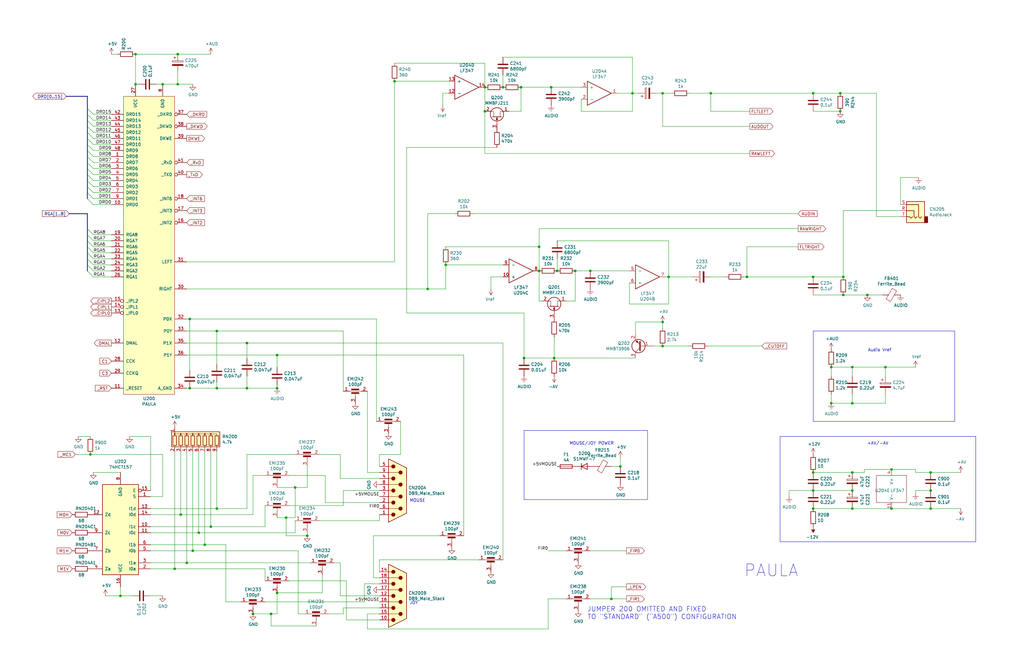
<source format=kicad_sch>
(kicad_sch (version 20231120) (generator "eeschema") (generator_version "8.0")
  (paper "B")
  (title_block (title "Amiga 2000 EATX") (date "2024-06-02") (rev "3.1"))
  (junction (at 242.57 114.3))
  (junction (at 392.43 214.63))
  (junction (at 76.2 217.17))
  (junction (at 227.33 104.14))
  (junction (at 350.52 170.18))
  (junction (at 78.74 237.49))
  (junction (at 359.41 207.01))
  (junction (at 114.3 259.08))
  (junction (at 359.41 199.39))
  (junction (at 91.44 139.7))
  (junction (at 212.09 36.83))
  (junction (at 104.14 144.78))
  (junction (at 342.9 39.37))
  (junction (at 180.34 121.92))
  (junction (at 342.9 116.84))
  (junction (at 233.68 151.13))
  (junction (at 355.6 124.46))
  (junction (at 257.81 252.73))
  (junction (at 350.52 154.94))
  (junction (at 204.47 36.83))
  (junction (at 314.96 116.84))
  (junction (at 91.44 214.63))
  (junction (at 392.43 199.39))
  (junction (at 38.1 191.77))
  (junction (at 392.43 207.01))
  (junction (at 342.9 199.39))
  (junction (at 359.41 154.94))
  (junction (at 359.41 170.18))
  (junction (at 373.38 154.94))
  (junction (at 88.9 222.25))
  (junction (at 116.84 149.86))
  (junction (at 234.95 114.3))
  (junction (at 219.71 36.83))
  (junction (at 80.01 163.83))
  (junction (at 166.37 34.29))
  (junction (at 57.15 22.86))
  (junction (at 83.82 224.79))
  (junction (at 227.33 114.3))
  (junction (at 129.54 226.06))
  (junction (at 354.33 39.37))
  (junction (at 365.76 124.46))
  (junction (at 74.93 22.86))
  (junction (at 68.58 35.56))
  (junction (at 73.66 240.03))
  (junction (at 354.33 46.99))
  (junction (at 375.92 198.12))
  (junction (at 124.46 205.74))
  (junction (at 342.9 207.01))
  (junction (at 104.14 163.83))
  (junction (at 50.8 251.46))
  (junction (at 261.62 196.85))
  (junction (at 375.92 214.63))
  (junction (at 342.9 214.63))
  (junction (at 232.41 36.83))
  (junction (at 299.72 39.37))
  (junction (at 359.41 214.63))
  (junction (at 86.36 229.87))
  (junction (at 74.93 35.56))
  (junction (at 80.01 134.62))
  (junction (at 81.28 232.41))
  (junction (at 91.44 163.83))
  (junction (at 279.4 146.05))
  (junction (at 116.84 163.83))
  (junction (at 116.84 250.19))
  (junction (at 355.6 116.84))
  (junction (at 204.47 46.99))
  (junction (at 57.15 35.56))
  (junction (at 279.4 135.89))
  (junction (at 220.98 151.13))
  (junction (at 266.7 39.37))
  (junction (at 281.94 116.84))
  (junction (at 187.96 111.76))
  (junction (at 248.92 114.3))
  (junction (at 120.65 218.44))
  (junction (at 279.4 39.37))
  (junction (at 106.68 259.08))
  (bus_entry (at 39.37 81.28) (size -2.54 -2.54))
  (bus_entry (at 39.37 101.6) (size -2.54 -2.54))
  (bus_entry (at 39.37 83.82) (size -2.54 -2.54))
  (bus_entry (at 39.37 106.68) (size -2.54 -2.54))
  (bus_entry (at 39.37 58.42) (size -2.54 -2.54))
  (bus_entry (at 39.37 48.26) (size -2.54 -2.54))
  (bus_entry (at 39.37 76.2) (size -2.54 -2.54))
  (bus_entry (at 39.37 66.04) (size -2.54 -2.54))
  (bus_entry (at 39.37 60.96) (size -2.54 -2.54))
  (bus_entry (at 39.37 116.84) (size -2.54 -2.54))
  (bus_entry (at 39.37 55.88) (size -2.54 -2.54))
  (bus_entry (at 39.37 53.34) (size -2.54 -2.54))
  (bus_entry (at 39.37 111.76) (size -2.54 -2.54))
  (bus_entry (at 39.37 71.12) (size -2.54 -2.54))
  (bus_entry (at 39.37 68.58) (size -2.54 -2.54))
  (bus_entry (at 39.37 109.22) (size -2.54 -2.54))
  (bus_entry (at 39.37 99.06) (size -2.54 -2.54))
  (bus_entry (at 39.37 86.36) (size -2.54 -2.54))
  (bus_entry (at 39.37 73.66) (size -2.54 -2.54))
  (bus_entry (at 39.37 63.5) (size -2.54 -2.54))
  (bus_entry (at 39.37 50.8) (size -2.54 -2.54))
  (bus_entry (at 39.37 104.14) (size -2.54 -2.54))
  (bus_entry (at 39.37 114.3) (size -2.54 -2.54))
  (bus_entry (at 39.37 78.74) (size -2.54 -2.54))
  (wire (pts (xy 46.99 50.8) (xy 39.37 50.8)))
  (wire (pts (xy 171.45 132.08) (xy 220.98 132.08)))
  (wire (pts (xy 350.52 166.37) (xy 350.52 170.18)))
  (wire (pts (xy 124.46 218.44) (xy 124.46 205.74)))
  (wire (pts (xy 46.99 55.88) (xy 39.37 55.88)))
  (wire (pts (xy 63.5 251.46) (xy 68.58 251.46)))
  (wire (pts (xy 257.81 252.73) (xy 264.16 252.73)))
  (wire (pts (xy 154.94 165.1) (xy 154.94 199.39)))
  (wire (pts (xy 373.38 154.94) (xy 386.08 154.94)))
  (wire (pts (xy 245.11 46.99) (xy 266.7 46.99)))
  (wire (pts (xy 46.99 114.3) (xy 39.37 114.3)))
  (wire (pts (xy 386.08 198.12) (xy 386.08 199.39)))
  (wire (pts (xy 279.4 53.34) (xy 316.23 53.34)))
  (wire (pts (xy 83.82 190.5) (xy 83.82 224.79)))
  (wire (pts (xy 135.89 242.57) (xy 135.89 250.19)))
  (wire (pts (xy 267.97 135.89) (xy 279.4 135.89)))
  (wire (pts (xy 375.92 214.63) (xy 359.41 214.63)))
  (wire (pts (xy 46.99 116.84) (xy 39.37 116.84)))
  (wire (pts (xy 46.99 73.66) (xy 39.37 73.66)))
  (wire (pts (xy 114.3 264.16) (xy 114.3 259.08)))
  (wire (pts (xy 298.45 146.05) (xy 321.31 146.05)))
  (wire (pts (xy 76.2 190.5) (xy 76.2 217.17)))
  (wire (pts (xy 46.99 111.76) (xy 39.37 111.76)))
  (wire (pts (xy 248.92 114.3) (xy 265.43 114.3)))
  (wire (pts (xy 106.68 200.66) (xy 111.76 200.66)))
  (wire (pts (xy 81.28 232.41) (xy 125.73 232.41)))
  (wire (pts (xy 290.83 39.37) (xy 299.72 39.37)))
  (wire (pts (xy 207.01 116.84) (xy 207.01 121.92)))
  (wire (pts (xy 74.93 35.56) (xy 74.93 30.48)))
  (wire (pts (xy 187.96 121.92) (xy 187.96 111.76)))
  (wire (pts (xy 238.76 252.73) (xy 231.14 252.73)))
  (wire (pts (xy 166.37 26.67) (xy 204.47 26.67)))
  (wire (pts (xy 95.25 229.87) (xy 95.25 254)))
  (wire (pts (xy 46.99 86.36) (xy 39.37 86.36)))
  (wire (pts (xy 364.49 199.39) (xy 364.49 198.12)))
  (wire (pts (xy 46.99 22.86) (xy 49.53 22.86)))
  (polyline (pts (xy 328.93 184.15) (xy 328.93 228.6)))
  (wire (pts (xy 63.5 184.15) (xy 54.61 184.15)))
  (wire (pts (xy 364.49 198.12) (xy 375.92 198.12)))
  (bus (pts (xy 36.83 68.58) (xy 36.83 71.12)))
  (wire (pts (xy 279.4 146.05) (xy 290.83 146.05)))
  (wire (pts (xy 212.09 31.75) (xy 212.09 36.83)))
  (wire (pts (xy 143.51 201.93) (xy 160.02 201.93)))
  (wire (pts (xy 153.67 254) (xy 153.67 246.38)))
  (wire (pts (xy 369.57 91.44) (xy 369.57 39.37)))
  (wire (pts (xy 63.5 224.79) (xy 83.82 224.79)))
  (wire (pts (xy 46.99 48.26) (xy 39.37 48.26)))
  (wire (pts (xy 314.96 104.14) (xy 336.55 104.14)))
  (wire (pts (xy 46.99 78.74) (xy 39.37 78.74)))
  (wire (pts (xy 279.4 39.37) (xy 279.4 53.34)))
  (wire (pts (xy 46.99 106.68) (xy 39.37 106.68)))
  (wire (pts (xy 121.92 213.36) (xy 144.78 213.36)))
  (wire (pts (xy 138.43 259.08) (xy 144.78 259.08)))
  (bus (pts (xy 36.83 50.8) (xy 36.83 53.34)))
  (wire (pts (xy 160.02 219.71) (xy 160.02 217.17)))
  (wire (pts (xy 46.99 101.6) (xy 39.37 101.6)))
  (wire (pts (xy 91.44 139.7) (xy 144.78 139.7)))
  (wire (pts (xy 74.93 22.86) (xy 88.9 22.86)))
  (wire (pts (xy 365.76 124.46) (xy 355.6 124.46)))
  (polyline (pts (xy 220.98 210.82) (xy 273.05 210.82)))
  (bus (pts (xy 36.83 40.64) (xy 27.94 40.64)))
  (wire (pts (xy 143.51 251.46) (xy 160.02 251.46)))
  (wire (pts (xy 63.5 229.87) (xy 86.36 229.87)))
  (wire (pts (xy 157.48 226.06) (xy 157.48 243.84)))
  (wire (pts (xy 46.99 83.82) (xy 39.37 83.82)))
  (wire (pts (xy 124.46 224.79) (xy 124.46 219.71)))
  (bus (pts (xy 36.83 73.66) (xy 36.83 76.2)))
  (bus (pts (xy 36.83 111.76) (xy 36.83 114.3)))
  (wire (pts (xy 204.47 26.67) (xy 204.47 36.83)))
  (wire (pts (xy 116.84 163.83) (xy 116.84 162.56)))
  (wire (pts (xy 116.84 250.19) (xy 116.84 259.08)))
  (wire (pts (xy 134.62 191.77) (xy 143.51 191.77)))
  (wire (pts (xy 50.8 199.39) (xy 39.37 199.39)))
  (wire (pts (xy 359.41 166.37) (xy 359.41 170.18)))
  (wire (pts (xy 280.67 116.84) (xy 281.94 116.84)))
  (bus (pts (xy 36.83 90.17) (xy 36.83 96.52)))
  (wire (pts (xy 350.52 154.94) (xy 359.41 154.94)))
  (polyline (pts (xy 411.48 228.6) (xy 411.48 184.15)))
  (wire (pts (xy 220.98 151.13) (xy 233.68 151.13)))
  (wire (pts (xy 227.33 127) (xy 228.6 127)))
  (wire (pts (xy 185.42 226.06) (xy 157.48 226.06)))
  (wire (pts (xy 227.33 96.52) (xy 336.55 96.52)))
  (wire (pts (xy 227.33 114.3) (xy 227.33 127)))
  (wire (pts (xy 204.47 36.83) (xy 204.47 46.99)))
  (wire (pts (xy 267.97 140.97) (xy 267.97 135.89)))
  (wire (pts (xy 359.41 170.18) (xy 373.38 170.18)))
  (wire (pts (xy 342.9 46.99) (xy 354.33 46.99)))
  (wire (pts (xy 134.62 219.71) (xy 160.02 219.71)))
  (bus (pts (xy 36.83 55.88) (xy 36.83 58.42)))
  (wire (pts (xy 201.93 236.22) (xy 160.02 236.22)))
  (wire (pts (xy 57.15 22.86) (xy 74.93 22.86)))
  (wire (pts (xy 379.73 86.36) (xy 379.73 74.93)))
  (wire (pts (xy 104.14 191.77) (xy 124.46 191.77)))
  (wire (pts (xy 111.76 254) (xy 153.67 254)))
  (wire (pts (xy 46.99 68.58) (xy 39.37 68.58)))
  (wire (pts (xy 104.14 151.13) (xy 104.14 144.78)))
  (wire (pts (xy 63.5 232.41) (xy 81.28 232.41)))
  (wire (pts (xy 46.99 63.5) (xy 39.37 63.5)))
  (wire (pts (xy 281.94 128.27) (xy 281.94 116.84)))
  (wire (pts (xy 180.34 121.92) (xy 180.34 90.17)))
  (wire (pts (xy 50.8 251.46) (xy 44.45 251.46)))
  (wire (pts (xy 314.96 116.84) (xy 314.96 104.14)))
  (wire (pts (xy 266.7 39.37) (xy 269.24 39.37)))
  (wire (pts (xy 232.41 36.83) (xy 245.11 36.83)))
  (wire (pts (xy 189.23 39.37) (xy 186.69 39.37)))
  (wire (pts (xy 257.81 196.85) (xy 261.62 196.85)))
  (bus (pts (xy 36.83 99.06) (xy 36.83 101.6)))
  (wire (pts (xy 359.41 158.75) (xy 359.41 154.94)))
  (wire (pts (xy 78.74 237.49) (xy 130.81 237.49)))
  (wire (pts (xy 104.14 214.63) (xy 104.14 191.77)))
  (wire (pts (xy 78.74 144.78) (xy 104.14 144.78)))
  (wire (pts (xy 57.15 35.56) (xy 57.15 22.86)))
  (wire (pts (xy 137.16 200.66) (xy 137.16 212.09)))
  (wire (pts (xy 129.54 205.74) (xy 124.46 205.74)))
  (wire (pts (xy 95.25 254) (xy 101.6 254)))
  (wire (pts (xy 386.08 207.01) (xy 386.08 208.28)))
  (wire (pts (xy 342.9 207.01) (xy 359.41 207.01)))
  (wire (pts (xy 257.81 252.73) (xy 257.81 247.65)))
  (bus (pts (xy 36.83 40.64) (xy 36.83 45.72)))
  (wire (pts (xy 46.99 76.2) (xy 39.37 76.2)))
  (wire (pts (xy 355.6 88.9) (xy 379.73 88.9)))
  (bus (pts (xy 36.83 81.28) (xy 36.83 83.82)))
  (wire (pts (xy 238.76 232.41) (xy 231.14 232.41)))
  (wire (pts (xy 106.68 217.17) (xy 106.68 200.66)))
  (wire (pts (xy 248.92 232.41) (xy 264.16 232.41)))
  (wire (pts (xy 154.94 265.43) (xy 154.94 259.08)))
  (wire (pts (xy 186.69 39.37) (xy 186.69 44.45)))
  (bus (pts (xy 36.83 66.04) (xy 36.83 68.58)))
  (wire (pts (xy 114.3 259.08) (xy 106.68 259.08)))
  (polyline (pts (xy 342.9 177.8) (xy 402.59 177.8)))
  (wire (pts (xy 354.33 39.37) (xy 342.9 39.37)))
  (wire (pts (xy 135.89 250.19) (xy 116.84 250.19)))
  (bus (pts (xy 36.83 45.72) (xy 36.83 48.26)))
  (wire (pts (xy 379.73 91.44) (xy 369.57 91.44)))
  (wire (pts (xy 276.86 39.37) (xy 279.4 39.37)))
  (wire (pts (xy 299.72 39.37) (xy 299.72 46.99)))
  (wire (pts (xy 154.94 259.08) (xy 160.02 259.08)))
  (wire (pts (xy 104.14 158.75) (xy 104.14 163.83)))
  (polyline (pts (xy 342.9 139.7) (xy 342.9 177.8)))
  (wire (pts (xy 144.78 207.01) (xy 160.02 207.01)))
  (wire (pts (xy 220.98 132.08) (xy 220.98 151.13)))
  (wire (pts (xy 359.41 199.39) (xy 342.9 199.39)))
  (wire (pts (xy 373.38 158.75) (xy 373.38 154.94)))
  (wire (pts (xy 166.37 34.29) (xy 166.37 110.49)))
  (wire (pts (xy 204.47 64.77) (xy 316.23 64.77)))
  (wire (pts (xy 46.99 58.42) (xy 39.37 58.42)))
  (wire (pts (xy 91.44 214.63) (xy 104.14 214.63)))
  (wire (pts (xy 46.99 104.14) (xy 39.37 104.14)))
  (wire (pts (xy 279.4 135.89) (xy 279.4 138.43)))
  (polyline (pts (xy 402.59 177.8) (xy 402.59 139.7)))
  (wire (pts (xy 104.14 144.78) (xy 212.09 144.78)))
  (wire (pts (xy 63.5 240.03) (xy 73.66 240.03)))
  (wire (pts (xy 160.02 191.77) (xy 160.02 196.85)))
  (wire (pts (xy 266.7 46.99) (xy 266.7 39.37)))
  (wire (pts (xy 187.96 104.14) (xy 227.33 104.14)))
  (wire (pts (xy 120.65 226.06) (xy 129.54 226.06)))
  (wire (pts (xy 168.91 191.77) (xy 160.02 191.77)))
  (wire (pts (xy 369.57 39.37) (xy 354.33 39.37)))
  (wire (pts (xy 265.43 128.27) (xy 281.94 128.27)))
  (wire (pts (xy 133.35 264.16) (xy 114.3 264.16)))
  (wire (pts (xy 73.66 190.5) (xy 73.66 240.03)))
  (polyline (pts (xy 411.48 184.15) (xy 328.93 184.15)))
  (wire (pts (xy 55.88 251.46) (xy 50.8 251.46)))
  (wire (pts (xy 81.28 190.5) (xy 81.28 232.41)))
  (wire (pts (xy 392.43 214.63) (xy 405.13 214.63)))
  (wire (pts (xy 214.63 46.99) (xy 219.71 46.99)))
  (wire (pts (xy 386.08 199.39) (xy 392.43 199.39)))
  (bus (pts (xy 36.83 101.6) (xy 36.83 104.14)))
  (wire (pts (xy 281.94 101.6) (xy 281.94 116.84)))
  (wire (pts (xy 375.92 198.12) (xy 386.08 198.12)))
  (bus (pts (xy 36.83 60.96) (xy 36.83 63.5)))
  (wire (pts (xy 154.94 199.39) (xy 160.02 199.39)))
  (wire (pts (xy 359.41 214.63) (xy 342.9 214.63)))
  (wire (pts (xy 78.74 149.86) (xy 116.84 149.86)))
  (wire (pts (xy 76.2 217.17) (xy 106.68 217.17)))
  (wire (pts (xy 153.67 246.38) (xy 160.02 246.38)))
  (wire (pts (xy 104.14 163.83) (xy 116.84 163.83)))
  (wire (pts (xy 144.78 259.08) (xy 144.78 256.54)))
  (wire (pts (xy 248.92 114.3) (xy 242.57 114.3)))
  (wire (pts (xy 168.91 177.8) (xy 168.91 191.77)))
  (wire (pts (xy 91.44 153.67) (xy 91.44 139.7)))
  (wire (pts (xy 299.72 39.37) (xy 342.9 39.37)))
  (wire (pts (xy 171.45 62.23) (xy 171.45 132.08)))
  (wire (pts (xy 146.05 261.62) (xy 160.02 261.62)))
  (wire (pts (xy 359.41 154.94) (xy 373.38 154.94)))
  (bus (pts (xy 36.83 109.22) (xy 36.83 111.76)))
  (wire (pts (xy 63.5 217.17) (xy 76.2 217.17)))
  (wire (pts (xy 233.68 151.13) (xy 267.97 151.13)))
  (bus (pts (xy 36.83 106.68) (xy 36.83 109.22)))
  (wire (pts (xy 33.02 184.15) (xy 38.1 184.15)))
  (wire (pts (xy 257.81 247.65) (xy 264.16 247.65)))
  (wire (pts (xy 137.16 212.09) (xy 160.02 212.09)))
  (wire (pts (xy 260.35 39.37) (xy 266.7 39.37)))
  (wire (pts (xy 73.66 240.03) (xy 111.76 240.03)))
  (wire (pts (xy 80.01 163.83) (xy 91.44 163.83)))
  (wire (pts (xy 124.46 205.74) (xy 116.84 205.74)))
  (wire (pts (xy 120.65 218.44) (xy 120.65 226.06)))
  (wire (pts (xy 129.54 226.06) (xy 129.54 224.79)))
  (bus (pts (xy 36.83 71.12) (xy 36.83 73.66)))
  (wire (pts (xy 199.39 90.17) (xy 336.55 90.17)))
  (wire (pts (xy 78.74 190.5) (xy 78.74 237.49)))
  (wire (pts (xy 187.96 111.76) (xy 212.09 111.76)))
  (wire (pts (xy 245.11 41.91) (xy 245.11 46.99)))
  (wire (pts (xy 234.95 101.6) (xy 281.94 101.6)))
  (polyline (pts (xy 273.05 181.61) (xy 220.98 181.61)))
  (wire (pts (xy 204.47 46.99) (xy 204.47 64.77)))
  (wire (pts (xy 313.69 116.84) (xy 314.96 116.84)))
  (wire (pts (xy 91.44 190.5) (xy 91.44 214.63)))
  (wire (pts (xy 350.52 154.94) (xy 350.52 158.75)))
  (wire (pts (xy 63.5 207.01) (xy 63.5 184.15)))
  (wire (pts (xy 238.76 127) (xy 242.57 127)))
  (wire (pts (xy 314.96 116.84) (xy 342.9 116.84)))
  (wire (pts (xy 219.71 46.99) (xy 219.71 36.83)))
  (wire (pts (xy 299.72 46.99) (xy 316.23 46.99)))
  (wire (pts (xy 180.34 121.92) (xy 187.96 121.92)))
  (wire (pts (xy 261.62 196.85) (xy 261.62 193.04)))
  (wire (pts (xy 63.5 214.63) (xy 91.44 214.63)))
  (wire (pts (xy 50.8 251.46) (xy 50.8 247.65)))
  (wire (pts (xy 125.73 232.41) (xy 125.73 259.08)))
  (wire (pts (xy 88.9 222.25) (xy 111.76 222.25)))
  (wire (pts (xy 180.34 90.17) (xy 191.77 90.17)))
  (wire (pts (xy 281.94 116.84) (xy 292.1 116.84)))
  (wire (pts (xy 111.76 222.25) (xy 111.76 213.36)))
  (wire (pts (xy 233.68 142.24) (xy 233.68 151.13)))
  (wire (pts (xy 209.55 62.23) (xy 171.45 62.23)))
  (wire (pts (xy 80.01 134.62) (xy 158.75 134.62)))
  (wire (pts (xy 373.38 170.18) (xy 373.38 166.37)))
  (wire (pts (xy 160.02 236.22) (xy 160.02 241.3)))
  (wire (pts (xy 266.7 24.13) (xy 212.09 24.13)))
  (wire (pts (xy 157.48 243.84) (xy 160.02 243.84)))
  (wire (pts (xy 234.95 109.22) (xy 234.95 114.3)))
  (wire (pts (xy 116.84 154.94) (xy 116.84 149.86)))
  (wire (pts (xy 146.05 245.11) (xy 146.05 261.62)))
  (wire (pts (xy 219.71 36.83) (xy 232.41 36.83)))
  (wire (pts (xy 78.74 121.92) (xy 180.34 121.92)))
  (wire (pts (xy 68.58 191.77) (xy 38.1 191.77)))
  (wire (pts (xy 392.43 207.01) (xy 386.08 207.01)))
  (wire (pts (xy 379.73 74.93) (xy 387.35 74.93)))
  (wire (pts (xy 66.04 35.56) (xy 68.58 35.56)))
  (wire (pts (xy 143.51 191.77) (xy 143.51 201.93)))
  (wire (pts (xy 46.99 99.06) (xy 39.37 99.06)))
  (wire (pts (xy 46.99 60.96) (xy 39.37 60.96)))
  (wire (pts (xy 63.5 222.25) (xy 88.9 222.25)))
  (wire (pts (xy 63.5 209.55) (xy 68.58 209.55)))
  (wire (pts (xy 279.4 39.37) (xy 283.21 39.37)))
  (wire (pts (xy 78.74 134.62) (xy 80.01 134.62)))
  (wire (pts (xy 86.36 190.5) (xy 86.36 229.87)))
  (wire (pts (xy 144.78 213.36) (xy 144.78 207.01)))
  (wire (pts (xy 227.33 104.14) (xy 227.33 96.52)))
  (bus (pts (xy 36.83 48.26) (xy 36.83 50.8)))
  (wire (pts (xy 116.84 149.86) (xy 195.58 149.86)))
  (wire (pts (xy 242.57 127) (xy 242.57 114.3)))
  (wire (pts (xy 144.78 256.54) (xy 160.02 256.54)))
  (wire (pts (xy 257.81 252.73) (xy 248.92 252.73)))
  (wire (pts (xy 46.99 81.28) (xy 39.37 81.28)))
  (wire (pts (xy 158.75 177.8) (xy 158.75 134.62)))
  (wire (pts (xy 121.92 245.11) (xy 146.05 245.11)))
  (wire (pts (xy 359.41 199.39) (xy 364.49 199.39)))
  (wire (pts (xy 275.59 146.05) (xy 279.4 146.05)))
  (wire (pts (xy 120.65 218.44) (xy 124.46 218.44)))
  (wire (pts (xy 143.51 237.49) (xy 143.51 251.46)))
  (wire (pts (xy 166.37 110.49) (xy 78.74 110.49)))
  (wire (pts (xy 68.58 209.55) (xy 68.58 191.77)))
  (polyline (pts (xy 402.59 139.7) (xy 342.9 139.7)))
  (wire (pts (xy 91.44 161.29) (xy 91.44 163.83)))
  (wire (pts (xy 144.78 165.1) (xy 144.78 139.7)))
  (wire (pts (xy 78.74 163.83) (xy 80.01 163.83)))
  (wire (pts (xy 299.72 116.84) (xy 306.07 116.84)))
  (wire (pts (xy 355.6 124.46) (xy 342.9 124.46)))
  (wire (pts (xy 342.9 116.84) (xy 355.6 116.84)))
  (wire (pts (xy 38.1 191.77) (xy 31.75 191.77)))
  (bus (pts (xy 36.83 53.34) (xy 36.83 55.88)))
  (wire (pts (xy 91.44 163.83) (xy 104.14 163.83)))
  (wire (pts (xy 88.9 190.5) (xy 88.9 222.25)))
  (bus (pts (xy 36.83 76.2) (xy 36.83 78.74)))
  (wire (pts (xy 392.43 199.39) (xy 405.13 199.39)))
  (wire (pts (xy 74.93 35.56) (xy 81.28 35.56)))
  (wire (pts (xy 154.94 265.43) (xy 231.14 265.43)))
  (wire (pts (xy 80.01 156.21) (xy 80.01 134.62)))
  (wire (pts (xy 58.42 35.56) (xy 57.15 35.56)))
  (wire (pts (xy 392.43 214.63) (xy 375.92 214.63)))
  (wire (pts (xy 63.5 237.49) (xy 78.74 237.49)))
  (wire (pts (xy 212.09 236.22) (xy 212.09 144.78)))
  (wire (pts (xy 266.7 39.37) (xy 266.7 24.13)))
  (bus (pts (xy 36.83 58.42) (xy 36.83 60.96)))
  (polyline (pts (xy 273.05 210.82) (xy 273.05 181.61)))
  (wire (pts (xy 116.84 259.08) (xy 114.3 259.08)))
  (wire (pts (xy 83.82 224.79) (xy 124.46 224.79)))
  (polyline (pts (xy 328.93 228.6) (xy 411.48 228.6)))
  (bus (pts (xy 36.83 78.74) (xy 36.83 81.28)))
  (wire (pts (xy 166.37 34.29) (xy 189.23 34.29)))
  (wire (pts (xy 129.54 196.85) (xy 129.54 205.74)))
  (wire (pts (xy 195.58 226.06) (xy 195.58 149.86)))
  (wire (pts (xy 372.11 124.46) (xy 365.76 124.46)))
  (bus (pts (xy 36.83 63.5) (xy 36.83 66.04)))
  (wire (pts (xy 78.74 139.7) (xy 91.44 139.7)))
  (wire (pts (xy 116.84 218.44) (xy 120.65 218.44)))
  (wire (pts (xy 111.76 240.03) (xy 111.76 245.11)))
  (wire (pts (xy 86.36 229.87) (xy 95.25 229.87)))
  (bus (pts (xy 36.83 96.52) (xy 36.83 99.06)))
  (wire (pts (xy 350.52 170.18) (xy 359.41 170.18)))
  (wire (pts (xy 121.92 200.66) (xy 137.16 200.66)))
  (wire (pts (xy 342.9 207.01) (xy 332.74 207.01)))
  (bus (pts (xy 36.83 90.17) (xy 29.21 90.17)))
  (wire (pts (xy 140.97 237.49) (xy 143.51 237.49)))
  (wire (pts (xy 68.58 35.56) (xy 74.93 35.56)))
  (wire (pts (xy 46.99 66.04) (xy 39.37 66.04)))
  (wire (pts (xy 355.6 116.84) (xy 355.6 88.9)))
  (wire (pts (xy 125.73 259.08) (xy 128.27 259.08)))
  (wire (pts (xy 231.14 252.73) (xy 231.14 265.43)))
  (bus (pts (xy 36.83 104.14) (xy 36.83 106.68)))
  (wire (pts (xy 46.99 53.34) (xy 39.37 53.34)))
  (wire (pts (xy 212.09 116.84) (xy 207.01 116.84)))
  (wire (pts (xy 46.99 71.12) (xy 39.37 71.12)))
  (wire (pts (xy 332.74 207.01) (xy 332.74 209.55)))
  (polyline (pts (xy 220.98 181.61) (xy 220.98 210.82)))
  (wire (pts (xy 46.99 109.22) (xy 39.37 109.22)))
  (wire (pts (xy 227.33 104.14) (xy 227.33 114.3)))
  (wire (pts (xy 265.43 119.38) (xy 265.43 128.27)))
  (text "Audio Vref" (at 375.92 148.59 0) (effects (font (size 1.27 1.27)) (justify right bottom)))
  (text "JOY" (at 172.72 255.27 0) (effects (font (size 1.27 1.27)) (justify left bottom)))
  (text "+AV/-AV" (at 374.65 187.96 0) (effects (font (size 1.27 1.27)) (justify right bottom)))
  (text "MOUSE" (at 172.72 212.09 0) (effects (font (size 1.27 1.27)) (justify left bottom)))
  (text "JUMPER 200 OMITTED AND FIXED \nTO \"STANDARD\" (\"A500\") CONFIGURATION" (at 247.65 261.62 0) (effects (font (size 2.0066 2.0066)) (justify left bottom)))
  (text "MOUSE/JOY POWER" (at 240.03 187.96 0) (effects (font (size 1.27 1.27)) (justify left bottom)))
  (text "PAULA" (at 313.69 243.84 0) (effects (font (size 5.0038 5.0038)) (justify left bottom)))
  (label "RGA7" (at 39.37 101.6 0) (effects (font (size 1.2954 1.2954))))
  (label "DRD1" (at 46.99 83.82 180) (effects (font (size 1.2954 1.2954))))
  (label "RGA5" (at 39.37 106.68 0) (effects (font (size 1.2954 1.2954))))
  (label "FIR0" (at 160.02 214.63 180))
  (label "DRD2" (at 46.99 81.28 180) (effects (font (size 1.2954 1.2954))))
  (label "DRD11" (at 46.99 58.42 180) (effects (font (size 1.2954 1.2954))))
  (label "DRD6" (at 46.99 71.12 180) (effects (font (size 1.2954 1.2954))))
  (label "DRD0" (at 46.99 86.36 180) (effects (font (size 1.2954 1.2954))))
  (label "DRD7" (at 46.99 68.58 180) (effects (font (size 1.2954 1.2954))))
  (label "DRD5" (at 46.99 73.66 180) (effects (font (size 1.2954 1.2954))))
  (label "DRD9" (at 46.99 63.5 180) (effects (font (size 1.2954 1.2954))))
  (label "DRD12" (at 46.99 55.88 180) (effects (font (size 1.2954 1.2954))))
  (label "FIR0" (at 231.14 232.41 180))
  (label "+5VMOUSE" (at 160.02 209.55 180))
  (label "+5VMOUSE" (at 234.95 196.85 180))
  (label "DRD13" (at 46.99 53.34 180) (effects (font (size 1.2954 1.2954))))
  (label "+5VMOUSE" (at 160.02 254 180))
  (label "DRD4" (at 46.99 76.2 180) (effects (font (size 1.2954 1.2954))))
  (label "RGA6" (at 39.37 104.14 0) (effects (font (size 1.2954 1.2954))))
  (label "DRD14" (at 46.99 50.8 180) (effects (font (size 1.2954 1.2954))))
  (label "RGA3" (at 39.37 111.76 0) (effects (font (size 1.2954 1.2954))))
  (label "RGA2" (at 39.37 114.3 0) (effects (font (size 1.2954 1.2954))))
  (label "DRD10" (at 46.99 60.96 180) (effects (font (size 1.2954 1.2954))))
  (label "RGA8" (at 39.37 99.06 0) (effects (font (size 1.2954 1.2954))))
  (label "RGA1" (at 39.37 116.84 0) (effects (font (size 1.2954 1.2954))))
  (label "DRD3" (at 46.99 78.74 180) (effects (font (size 1.2954 1.2954))))
  (label "RGA4" (at 39.37 109.22 0) (effects (font (size 1.2954 1.2954))))
  (label "DRD15" (at 46.99 48.26 180) (effects (font (size 1.2954 1.2954))))
  (label "DRD8" (at 46.99 66.04 180) (effects (font (size 1.2954 1.2954))))
  (global_label "M0V" (shape input) (at 30.48 224.79 180) (property "Intersheetrefs" "${INTERSHEET_REFS}" (at 24.3995 224.79 0) (effects (justify right))))
  (global_label "RGA[1..8]" (shape input) (at 29.21 90.17 180) (property "Intersheetrefs" "${INTERSHEET_REFS}" (at 17.9284 90.17 0) (effects (justify right))))
  (global_label "FLTRIGHT" (shape output) (at 336.55 104.14 0) (property "Intersheetrefs" "${INTERSHEET_REFS}" (at 347.4082 104.14 0) (effects (justify left))))
  (global_label "C3" (shape input) (at 46.99 157.48 180) (property "Intersheetrefs" "${INTERSHEET_REFS}" (at 42.1795 157.48 0) (effects (justify right))))
  (global_label "RAWRIGHT" (shape output) (at 336.55 96.52 0) (property "Intersheetrefs" "${INTERSHEET_REFS}" (at 348.1339 96.52 0) (effects (justify left))))
  (global_label "_INT3" (shape input) (at 78.74 88.9 0) (property "Intersheetrefs" "${INTERSHEET_REFS}" (at 86.151 88.9 0) (effects (justify left))))
  (global_label "_FIR0" (shape output) (at 264.16 232.41 0) (property "Intersheetrefs" "${INTERSHEET_REFS}" (at 271.6315 232.41 0) (effects (justify left))))
  (global_label "FLTLEFT" (shape output) (at 316.23 46.99 0) (property "Intersheetrefs" "${INTERSHEET_REFS}" (at 325.8786 46.99 0) (effects (justify left))))
  (global_label "_CUTOFF" (shape input) (at 321.31 146.05 0) (property "Intersheetrefs" "${INTERSHEET_REFS}" (at 331.6844 146.05 0) (effects (justify left))))
  (global_label "AUDIN" (shape input) (at 336.55 90.17 0) (property "Intersheetrefs" "${INTERSHEET_REFS}" (at 344.5054 90.17 0) (effects (justify left))))
  (global_label "M1V" (shape input) (at 30.48 240.03 180) (property "Intersheetrefs" "${INTERSHEET_REFS}" (at 24.3995 240.03 0) (effects (justify right))))
  (global_label "_TxD" (shape output) (at 78.74 73.66 0) (property "Intersheetrefs" "${INTERSHEET_REFS}" (at 85.3043 73.66 0) (effects (justify left))))
  (global_label "_FIR1" (shape output) (at 264.16 252.73 0) (property "Intersheetrefs" "${INTERSHEET_REFS}" (at 271.6315 252.73 0) (effects (justify left))))
  (global_label "_DKRD" (shape input) (at 78.74 48.26 0) (property "Intersheetrefs" "${INTERSHEET_REFS}" (at 87.1186 48.26 0) (effects (justify left))))
  (global_label "M0H" (shape input) (at 30.48 217.17 180) (property "Intersheetrefs" "${INTERSHEET_REFS}" (at 24.1576 217.17 0) (effects (justify right))))
  (global_label "_CIPL2" (shape output) (at 46.99 127 180) (property "Intersheetrefs" "${INTERSHEET_REFS}" (at 38.309 127 0) (effects (justify right))))
  (global_label "_INT6" (shape input) (at 78.74 83.82 0) (property "Intersheetrefs" "${INTERSHEET_REFS}" (at 86.151 83.82 0) (effects (justify left))))
  (global_label "_MC1" (shape input) (at 31.75 191.77 180) (property "Intersheetrefs" "${INTERSHEET_REFS}" (at 24.5205 191.77 0) (effects (justify right))))
  (global_label "_RxD" (shape input) (at 78.74 68.58 0) (property "Intersheetrefs" "${INTERSHEET_REFS}" (at 85.6067 68.58 0) (effects (justify left))))
  (global_label "AUDOUT" (shape output) (at 316.23 53.34 0) (property "Intersheetrefs" "${INTERSHEET_REFS}" (at 325.8787 53.34 0) (effects (justify left))))
  (global_label "_CIPL1" (shape output) (at 46.99 129.54 180) (property "Intersheetrefs" "${INTERSHEET_REFS}" (at 38.309 129.54 0) (effects (justify right))))
  (global_label "M1H" (shape input) (at 30.48 232.41 180) (property "Intersheetrefs" "${INTERSHEET_REFS}" (at 24.1576 232.41 0) (effects (justify right))))
  (global_label "DMAL" (shape output) (at 46.99 144.78 180) (property "Intersheetrefs" "${INTERSHEET_REFS}" (at 39.8209 144.78 0) (effects (justify right))))
  (global_label "_RST" (shape input) (at 46.99 163.83 180) (property "Intersheetrefs" "${INTERSHEET_REFS}" (at 40.2443 163.83 0) (effects (justify right))))
  (global_label "_LPEN" (shape output) (at 264.16 247.65 0) (property "Intersheetrefs" "${INTERSHEET_REFS}" (at 272.2362 247.65 0) (effects (justify left))))
  (global_label "_INT2" (shape input) (at 78.74 93.98 0) (property "Intersheetrefs" "${INTERSHEET_REFS}" (at 86.151 93.98 0) (effects (justify left))))
  (global_label "C1" (shape input) (at 46.99 152.4 180) (property "Intersheetrefs" "${INTERSHEET_REFS}" (at 42.1795 152.4 0) (effects (justify right))))
  (global_label "_CIPL0" (shape output) (at 46.99 132.08 180) (property "Intersheetrefs" "${INTERSHEET_REFS}" (at 38.309 132.08 0) (effects (justify right))))
  (global_label "RAWLEFT" (shape output) (at 316.23 64.77 0) (property "Intersheetrefs" "${INTERSHEET_REFS}" (at 326.6043 64.77 0) (effects (justify left))))
  (global_label "_DKWD" (shape output) (at 78.74 53.34 0) (property "Intersheetrefs" "${INTERSHEET_REFS}" (at 87.3 53.34 0) (effects (justify left))))
  (global_label "DKWE" (shape output) (at 78.74 58.42 0) (property "Intersheetrefs" "${INTERSHEET_REFS}" (at 86.2114 58.42 0) (effects (justify left))))
  (global_label "DRD[0..15]" (shape bidirectional) (at 27.94 40.64 180) (effects (font (size 1.2954 1.2954))) (property "Intersheetrefs" "${INTERSHEET_REFS}" (at 24.384 44.196 0) (effects (justify right))))
  (symbol (lib_id "Device:C") (at 80.01 160.02 0) (unit 1)
    (property "Reference" "C210" (at 82.931 158.8516 0) (effects (justify left)))
    (property "Value" "0.047uF" (at 82.931 161.163 0) (effects (justify left)))
    (property "Footprint" "Capacitor_SMD:C_1206_3216Metric" (effects (hide yes)))
  )
  (symbol (lib_id "Device:C") (at 91.44 157.48 0) (unit 1)
    (property "Reference" "C211" (at 94.361 156.3116 0) (effects (justify left)))
    (property "Value" "0.047uF" (at 94.361 158.623 0) (effects (justify left)))
    (property "Footprint" "Capacitor_SMD:C_1206_3216Metric" (effects (hide yes)))
  )
  (symbol (lib_id "Device:C") (at 104.14 154.94 0) (unit 1)
    (property "Reference" "C212" (at 107.061 153.7716 0) (effects (justify left)))
    (property "Value" "0.047uF" (at 107.061 156.083 0) (effects (justify left)))
    (property "Footprint" "Capacitor_SMD:C_1206_3216Metric" (effects (hide yes)))
  )
  (symbol (lib_id "Device:C") (at 116.84 158.75 0) (unit 1)
    (property "Reference" "C213" (at 119.761 157.5816 0) (effects (justify left)))
    (property "Value" "0.047uF" (at 119.761 159.893 0) (effects (justify left)))
    (property "Footprint" "Capacitor_SMD:C_1206_3216Metric" (effects (hide yes)))
  )
  (symbol (lib_id "Amiga-Library:Paula") (at 63.5 99.06 0) (unit 1)
    (property "Reference" "U200" (at 62.865 168.2242 0))
    (property "Value" "PAULA" (at 62.865 170.5356 0))
    (property "Footprint" "Package_DIP:DIP-48_W15.24mm" (effects (hide yes)))
  )
  (symbol (lib_id "power:GND") (at 160.02 248.92 270) (unit 1)
    (property "Reference" "#PWR0265" (effects (hide yes)))
    (property "Value" "GND" (at 155.6258 249.047 0))
  )
  (symbol (lib_id "power:GND") (at 160.02 204.47 270) (unit 1)
    (property "Reference" "#PWR0266" (effects (hide yes)))
    (property "Value" "GND" (at 155.6258 204.597 0))
  )
  (symbol (lib_id "74xx:74LS157") (at 50.8 224.79 180) (unit 1)
    (property "Reference" "U202" (at 50.8 194.7926 0))
    (property "Value" "74HCT157" (at 50.8 197.104 0))
    (property "Footprint" "Package_SO:SOIC-16_3.9x9.9mm_P1.27mm" (effects (hide yes)))
    (property "Datasheet" "http://www.ti.com/lit/gpn/sn74LS157" (effects (hide yes)))
  )
  (symbol (lib_id "power:GND") (at 106.68 259.08 0) (unit 1)
    (property "Reference" "#PWR0259" (effects (hide yes)))
    (property "Value" "GND" (at 106.807 263.4742 0))
  )
  (symbol (lib_id "power:GND") (at 129.54 226.06 0) (unit 1)
    (property "Reference" "#PWR0260" (effects (hide yes)))
    (property "Value" "GND" (at 129.667 230.4542 0))
  )
  (symbol (lib_id "Amiga-Library:DB9_Male_Stack") (at 167.64 207.01 0) (unit 1)
    (property "Reference" "CN200" (at 172.212 205.8416 0) (effects (justify left)))
    (property "Value" "DB9_Male_Stack" (at 172.212 208.153 0) (effects (justify left)))
    (property "Footprint" "AmigaFootprints:DSUB-9_Male_Stack" (effects (hide yes)))
    (property "Datasheet" " ~" (effects (hide yes)))
  )
  (symbol (lib_id "power:+5V") (at 73.66 180.34 0) (unit 1)
    (property "Reference" "#PWR0258" (effects (hide yes)))
    (property "Value" "+5V" (at 74.041 175.9458 0))
  )
  (symbol (lib_id "Amiga-Library:DB9_Male_Stack") (at 167.64 251.46 0) (unit 2)
    (property "Reference" "CN200" (at 172.212 250.2916 0) (effects (justify left)))
    (property "Value" "DB9_Male_Stack" (at 172.212 252.603 0) (effects (justify left)))
    (property "Footprint" "AmigaFootprints:DSUB-9_Male_Stack" (effects (hide yes)))
    (property "Datasheet" " ~" (effects (hide yes)))
  )
  (symbol (lib_id "Amiga-Library:C_Feedthrough") (at 116.84 203.2 0) (unit 1)
    (property "Reference" "EMI235" (at 116.84 195.453 0))
    (property "Value" "100pF" (at 116.84 197.7644 0))
    (property "Footprint" "AmigaFootprints:C_1206_3216_Feedthrough" (effects (hide yes)))
  )
  (symbol (lib_id "Amiga-Library:C_Feedthrough") (at 129.54 194.31 0) (unit 1)
    (property "Reference" "EMI237" (at 129.54 186.563 0))
    (property "Value" "100pF" (at 129.54 188.8744 0))
    (property "Footprint" "AmigaFootprints:C_1206_3216_Feedthrough" (effects (hide yes)))
  )
  (symbol (lib_id "Amiga-Library:C_Feedthrough") (at 116.84 215.9 0) (unit 1)
    (property "Reference" "EMI236" (at 116.84 208.153 0))
    (property "Value" "100pF" (at 116.84 210.4644 0))
    (property "Footprint" "AmigaFootprints:C_1206_3216_Feedthrough" (effects (hide yes)))
  )
  (symbol (lib_id "Amiga-Library:C_Feedthrough") (at 129.54 222.25 0) (unit 1)
    (property "Reference" "EMI234" (at 129.54 214.503 0))
    (property "Value" "100pF" (at 129.54 216.8144 0))
    (property "Footprint" "AmigaFootprints:C_1206_3216_Feedthrough" (effects (hide yes)))
  )
  (symbol (lib_id "Amiga-Library:C_Feedthrough") (at 149.86 167.64 0) (unit 1)
    (property "Reference" "EMI242" (at 149.86 159.893 0))
    (property "Value" "100pF" (at 149.86 162.2044 0))
    (property "Footprint" "AmigaFootprints:C_1206_3216_Feedthrough" (effects (hide yes)))
  )
  (symbol (lib_id "Amiga-Library:C_Feedthrough") (at 116.84 247.65 0) (unit 1)
    (property "Reference" "EMI230" (at 116.84 239.903 0))
    (property "Value" "100pF" (at 116.84 242.2144 0))
    (property "Footprint" "AmigaFootprints:C_1206_3216_Feedthrough" (effects (hide yes)))
  )
  (symbol (lib_id "Amiga-Library:C_Feedthrough") (at 163.83 180.34 0) (unit 1)
    (property "Reference" "EMI243" (at 163.83 172.593 0))
    (property "Value" "100pF" (at 163.83 174.9044 0))
    (property "Footprint" "AmigaFootprints:C_1206_3216_Feedthrough" (effects (hide yes)))
  )
  (symbol (lib_id "Amiga-Library:C_Feedthrough") (at 135.89 240.03 0) (unit 1)
    (property "Reference" "EMI232" (at 135.89 232.283 0))
    (property "Value" "100pF" (at 135.89 234.5944 0))
    (property "Footprint" "AmigaFootprints:C_1206_3216_Feedthrough" (effects (hide yes)))
  )
  (symbol (lib_id "Amiga-Library:C_Feedthrough") (at 106.68 256.54 0) (unit 1)
    (property "Reference" "EMI233" (at 106.68 248.793 0))
    (property "Value" "100pF" (at 106.68 251.1044 0))
    (property "Footprint" "AmigaFootprints:C_1206_3216_Feedthrough" (effects (hide yes)))
  )
  (symbol (lib_id "Amiga-Library:C_Feedthrough") (at 133.35 261.62 0) (unit 1)
    (property "Reference" "EMI231" (at 133.35 253.873 0))
    (property "Value" "100pF" (at 133.35 256.1844 0))
    (property "Footprint" "AmigaFootprints:C_1206_3216_Feedthrough" (effects (hide yes)))
  )
  (symbol (lib_id "Device:R") (at 187.96 107.95 0) (unit 1)
    (property "Reference" "R230" (at 189.738 106.7816 0) (effects (justify left)))
    (property "Value" "360" (at 189.738 109.093 0) (effects (justify left)))
    (property "Footprint" "Resistor_SMD:R_1206_3216Metric" (effects (hide yes)))
  )
  (symbol (lib_id "power:GND") (at 149.86 170.18 0) (unit 1)
    (property "Reference" "#PWR0261" (effects (hide yes)))
    (property "Value" "GND" (at 149.987 174.5742 0))
  )
  (symbol (lib_id "power:GND") (at 163.83 182.88 0) (unit 1)
    (property "Reference" "#PWR0262" (effects (hide yes)))
    (property "Value" "GND" (at 163.957 187.2742 0))
  )
  (symbol (lib_id "Amiga-Library:C_Feedthrough") (at 190.5 228.6 0) (unit 1)
    (property "Reference" "EMI239" (at 190.5 220.853 0))
    (property "Value" "100pF" (at 190.5 223.1644 0))
    (property "Footprint" "AmigaFootprints:C_1206_3216_Feedthrough" (effects (hide yes)))
  )
  (symbol (lib_id "Amiga-Library:C_Feedthrough") (at 207.01 238.76 0) (unit 1)
    (property "Reference" "EMI240" (at 207.01 231.013 0))
    (property "Value" "100pF" (at 207.01 233.3244 0))
    (property "Footprint" "AmigaFootprints:C_1206_3216_Feedthrough" (effects (hide yes)))
  )
  (symbol (lib_id "Device:R") (at 231.14 114.3 270) (unit 1)
    (property "Reference" "R231" (at 231.14 109.0422 90))
    (property "Value" "10k" (at 231.14 111.3536 90))
    (property "Footprint" "Resistor_SMD:R_1206_3216Metric" (effects (hide yes)))
  )
  (symbol (lib_id "Device:C") (at 234.95 105.41 0) (unit 1)
    (property "Reference" "C231" (at 237.871 104.2416 0) (effects (justify left)))
    (property "Value" "6800pF" (at 237.871 106.553 0) (effects (justify left)))
    (property "Footprint" "Capacitor_SMD:C_1206_3216Metric" (effects (hide yes)))
  )
  (symbol (lib_id "Device:R") (at 238.76 114.3 270) (unit 1)
    (property "Reference" "R232" (at 238.76 109.0422 90))
    (property "Value" "10k" (at 238.76 111.3536 90))
    (property "Footprint" "Resistor_SMD:R_1206_3216Metric" (effects (hide yes)))
  )
  (symbol (lib_id "Transistor_FET:BF545C") (at 233.68 129.54 90) (unit 1)
    (property "Reference" "Q201" (at 233.68 121.2088 90))
    (property "Value" "MMBFJ211" (at 233.68 123.5202 90))
    (property "Footprint" "Package_TO_SOT_SMD:SOT-23" (effects (hide yes)))
  )
  (symbol (lib_id "Device:R") (at 233.68 138.43 180) (unit 1)
    (property "Reference" "R205" (at 235.458 137.2616 0) (effects (justify right)))
    (property "Value" "470k" (at 235.458 139.573 0) (effects (justify right)))
    (property "Footprint" "Resistor_SMD:R_1206_3216Metric" (effects (hide yes)))
  )
  (symbol (lib_id "power:GND") (at 190.5 231.14 0) (unit 1)
    (property "Reference" "#PWR0263" (effects (hide yes)))
    (property "Value" "GND" (at 190.627 235.5342 0))
  )
  (symbol (lib_id "power:GND") (at 207.01 241.3 0) (unit 1)
    (property "Reference" "#PWR0264" (effects (hide yes)))
    (property "Value" "GND" (at 207.137 245.6942 0))
  )
  (symbol (lib_id "Device:C") (at 220.98 154.94 0) (unit 1)
    (property "Reference" "C204" (at 223.901 153.7716 0) (effects (justify left)))
    (property "Value" "0.01uF" (at 223.901 156.083 0) (effects (justify left)))
    (property "Footprint" "Capacitor_SMD:C_1206_3216Metric" (effects (hide yes)))
  )
  (symbol (lib_id "Amiga-Library:AUDIO") (at 220.98 158.75 0) (unit 1)
    (property "Reference" "#PWR0283" (effects (hide yes)))
    (property "Value" "AUDIO" (at 221.107 163.1442 0))
  )
  (symbol (lib_id "Device:R") (at 233.68 154.94 0) (unit 1)
    (property "Reference" "R206" (at 235.458 153.7716 0) (effects (justify left)))
    (property "Value" "10k" (at 235.458 156.083 0) (effects (justify left)))
    (property "Footprint" "Resistor_SMD:R_1206_3216Metric" (effects (hide yes)))
  )
  (symbol (lib_id "Device:R") (at 279.4 142.24 0) (unit 1)
    (property "Reference" "R213" (at 281.178 141.0716 0) (effects (justify left)))
    (property "Value" "2.7k" (at 281.178 143.383 0) (effects (justify left)))
    (property "Footprint" "Resistor_SMD:R_1206_3216Metric" (effects (hide yes)))
  )
  (symbol (lib_id "Device:R") (at 294.64 146.05 270) (unit 1)
    (property "Reference" "R214" (at 295.8084 147.828 0) (effects (justify left)))
    (property "Value" "10k" (at 293.497 147.828 0) (effects (justify left)))
    (property "Footprint" "Resistor_SMD:R_1206_3216Metric" (effects (hide yes)))
  )
  (symbol (lib_id "Device:C") (at 248.92 118.11 0) (unit 1)
    (property "Reference" "C232" (at 251.841 116.9416 0) (effects (justify left)))
    (property "Value" "3900pF" (at 251.841 119.253 0) (effects (justify left)))
    (property "Footprint" "Capacitor_SMD:C_1206_3216Metric" (effects (hide yes)))
  )
  (symbol (lib_id "Amiga-Library:AUDIO") (at 248.92 121.92 0) (unit 1)
    (property "Reference" "#PWR0284" (effects (hide yes)))
    (property "Value" "AUDIO" (at 249.047 126.3142 0))
  )
  (symbol (lib_id "2000ATX-rescue:CP-Device") (at 295.91 116.84 90) (unit 1)
    (property "Reference" "C233" (at 295.91 110.363 90))
    (property "Value" "22uF" (at 295.91 112.6744 90))
    (property "Footprint" "Capacitor_SMD:CP_Elec_6.3x5.8" (effects (hide yes)))
  )
  (symbol (lib_id "Device:R") (at 309.88 116.84 270) (unit 1)
    (property "Reference" "R233" (at 309.88 111.5822 90))
    (property "Value" "1k" (at 309.88 113.8936 90))
    (property "Footprint" "Resistor_SMD:R_1206_3216Metric" (effects (hide yes)))
  )
  (symbol (lib_id "Device:R") (at 195.58 90.17 270) (unit 1)
    (property "Reference" "R202" (at 195.58 84.9122 90))
    (property "Value" "10k" (at 195.58 87.2236 90))
    (property "Footprint" "Resistor_SMD:R_1206_3216Metric" (effects (hide yes)))
  )
  (symbol (lib_id "power:+12V") (at 342.9 191.77 0) (unit 1)
    (property "Reference" "#PWR0285" (effects (hide yes)))
    (property "Value" "+12V" (at 343.281 187.3758 0))
  )
  (symbol (lib_id "Device:C") (at 342.9 203.2 0) (unit 1)
    (property "Reference" "C220" (at 345.821 202.0316 0) (effects (justify left)))
    (property "Value" "0.22uF" (at 345.821 204.343 0) (effects (justify left)))
    (property "Footprint" "Capacitor_SMD:C_1206_3216Metric" (effects (hide yes)))
  )
  (symbol (lib_id "Device:R") (at 342.9 195.58 0) (unit 1)
    (property "Reference" "R207" (at 344.678 194.4116 0) (effects (justify left)))
    (property "Value" "10" (at 344.678 196.723 0) (effects (justify left)))
    (property "Footprint" "Resistor_SMD:R_1206_3216Metric" (effects (hide yes)))
  )
  (symbol (lib_id "Device:C") (at 342.9 210.82 0) (unit 1)
    (property "Reference" "C221" (at 345.821 209.6516 0) (effects (justify left)))
    (property "Value" "0.22uF" (at 345.821 211.963 0) (effects (justify left)))
    (property "Footprint" "Capacitor_SMD:C_1206_3216Metric" (effects (hide yes)))
  )
  (symbol (lib_id "Device:R") (at 342.9 218.44 0) (unit 1)
    (property "Reference" "R208" (at 344.678 217.2716 0) (effects (justify left)))
    (property "Value" "10" (at 344.678 219.583 0) (effects (justify left)))
    (property "Footprint" "Resistor_SMD:R_1206_3216Metric" (effects (hide yes)))
  )
  (symbol (lib_id "power:-12V") (at 342.9 222.25 180) (unit 1)
    (property "Reference" "#PWR0286" (effects (hide yes)))
    (property "Value" "-12V" (at 342.519 226.6442 0))
  )
  (symbol (lib_id "Amiga-Library:AUDIO") (at 332.74 209.55 0) (unit 1)
    (property "Reference" "#PWR0287" (effects (hide yes)))
    (property "Value" "AUDIO" (at 332.867 213.9442 0))
  )
  (symbol (lib_id "2000ATX-rescue:CP-Device") (at 359.41 203.2 0) (unit 1)
    (property "Reference" "C222" (at 365.887 203.2 90))
    (property "Value" "47uF" (at 363.5756 203.2 90))
    (property "Footprint" "Capacitor_SMD:CP_Elec_8x10" (effects (hide yes)))
  )
  (symbol (lib_id "2000ATX-rescue:CP-Device") (at 359.41 210.82 0) (unit 1)
    (property "Reference" "C223" (at 365.887 210.82 90))
    (property "Value" "47uF" (at 363.5756 210.82 90))
    (property "Footprint" "Capacitor_SMD:CP_Elec_8x10" (effects (hide yes)))
  )
  (symbol (lib_id "Device:C") (at 392.43 203.2 0) (unit 1)
    (property "Reference" "C900" (at 395.351 202.0316 0) (effects (justify left)))
    (property "Value" "0.1uF" (at 395.351 204.343 0) (effects (justify left)))
    (property "Footprint" "Capacitor_SMD:C_1206_3216Metric" (effects (hide yes)))
  )
  (symbol (lib_id "Device:C") (at 392.43 210.82 0) (unit 1)
    (property "Reference" "C901" (at 395.351 209.6516 0) (effects (justify left)))
    (property "Value" "0.1uF" (at 395.351 211.963 0) (effects (justify left)))
    (property "Footprint" "Capacitor_SMD:C_1206_3216Metric" (effects (hide yes)))
  )
  (symbol (lib_id "Amiga-Library:LF347") (at 375.92 205.74 0) (mirror y) (unit 5)
    (property "Reference" "U204" (at 372.11 207.01 0))
    (property "Value" "LF347" (at 378.46 207.01 0))
    (property "Footprint" "Package_SO:SOIC-14_3.9x8.7mm_P1.27mm" (effects (hide yes)))
  )
  (symbol (lib_id "Amiga-Library:AUDIO") (at 386.08 208.28 0) (unit 1)
    (property "Reference" "#PWR0288" (effects (hide yes)))
    (property "Value" "AUDIO" (at 386.207 212.6742 0))
  )
  (symbol (lib_id "2000ATX-rescue:Ferrite_Bead-Device") (at 254 196.85 270) (unit 1)
    (property "Reference" "FB215" (at 254 189.8904 90))
    (property "Value" "Ferrite_Bead" (at 254 192.2018 90))
    (property "Footprint" "Capacitor_SMD:C_1206_3216Metric" (effects (hide yes)))
  )
  (symbol (lib_id "Amiga-Library:+AV") (at 405.13 199.39 0) (unit 1)
    (property "Reference" "#+AV0101" (effects (hide yes)))
    (property "Value" "+AV" (at 405.511 194.9958 0))
  )
  (symbol (lib_id "Amiga-Library:-AV") (at 405.13 214.63 180) (unit 1)
    (property "Reference" "#-AV0101" (effects (hide yes)))
    (property "Value" "-AV" (at 404.749 219.0242 0))
  )
  (symbol (lib_id "Amiga-Library:VREF") (at 207.01 121.92 180) (unit 1)
    (property "Reference" "#VREF0101" (effects (hide yes)))
    (property "Value" "Vref" (at 206.629 126.3142 0))
  )
  (symbol (lib_id "Amiga-Library:VREF") (at 186.69 44.45 180) (unit 1)
    (property "Reference" "#VREF0102" (effects (hide yes)))
    (property "Value" "Vref" (at 186.309 48.8442 0))
  )
  (symbol (lib_id "Amiga-Library:+AV") (at 279.4 135.89 0) (unit 1)
    (property "Reference" "#+AV0102" (effects (hide yes)))
    (property "Value" "+AV" (at 279.781 131.4958 0))
  )
  (symbol (lib_id "Amiga-Library:-AV") (at 233.68 158.75 180) (unit 1)
    (property "Reference" "#-AV0102" (effects (hide yes)))
    (property "Value" "-AV" (at 233.299 163.1442 0))
  )
  (symbol (lib_id "Amiga-Library:VREF") (at 386.08 154.94 0) (unit 1)
    (property "Reference" "#VREF0103" (effects (hide yes)))
    (property "Value" "Vref" (at 386.461 150.5458 0))
  )
  (symbol (lib_id "Device:C") (at 342.9 120.65 0) (unit 1)
    (property "Reference" "C234" (at 345.821 119.4816 0) (effects (justify left)))
    (property "Value" "0.1uF" (at 345.821 121.793 0) (effects (justify left)))
    (property "Footprint" "Capacitor_SMD:C_1206_3216Metric" (effects (hide yes)))
  )
  (symbol (lib_id "Device:R") (at 355.6 120.65 180) (unit 1)
    (property "Reference" "R234" (at 360.8578 120.65 90))
    (property "Value" "390" (at 358.5464 120.65 90))
    (property "Footprint" "Resistor_SMD:R_1206_3216Metric" (effects (hide yes)))
  )
  (symbol (lib_id "Device:R") (at 53.34 22.86 90) (unit 1)
    (property "Reference" "R200" (at 52.1716 21.082 0) (effects (justify left)))
    (property "Value" "1" (at 54.483 21.082 0) (effects (justify left)))
    (property "Footprint" "Resistor_SMD:R_1206_3216Metric" (effects (hide yes)))
  )
  (symbol (lib_id "2000ATX-rescue:Ferrite_Bead-Device") (at 375.92 124.46 90) (unit 1)
    (property "Reference" "FB401" (at 375.92 117.5004 90))
    (property "Value" "Ferrite_Bead" (at 375.92 119.8118 90))
    (property "Footprint" "Capacitor_SMD:C_1206_3216Metric" (effects (hide yes)))
  )
  (symbol (lib_id "Amiga-Library:AUDIO") (at 379.73 124.46 0) (unit 1)
    (property "Reference" "#PWR0289" (effects (hide yes)))
    (property "Value" "AUDIO" (at 379.857 128.8542 0))
  )
  (symbol (lib_id "power:GND") (at 365.76 124.46 0) (unit 1)
    (property "Reference" "#PWR0290" (effects (hide yes)))
    (property "Value" "GND" (at 365.887 128.8542 0))
  )
  (symbol (lib_id "Device:C") (at 342.9 43.18 0) (unit 1)
    (property "Reference" "C244" (at 345.821 42.0116 0) (effects (justify left)))
    (property "Value" "0.1uF" (at 345.821 44.323 0) (effects (justify left)))
    (property "Footprint" "Capacitor_SMD:C_1206_3216Metric" (effects (hide yes)))
  )
  (symbol (lib_id "Device:R") (at 354.33 43.18 180) (unit 1)
    (property "Reference" "R244" (at 359.5878 43.18 90))
    (property "Value" "390" (at 357.2764 43.18 90))
    (property "Footprint" "Resistor_SMD:R_1206_3216Metric" (effects (hide yes)))
  )
  (symbol (lib_id "power:GND") (at 354.33 46.99 0) (unit 1)
    (property "Reference" "#PWR0291" (effects (hide yes)))
    (property "Value" "GND" (at 354.457 51.3842 0))
  )
  (symbol (lib_id "Device:R") (at 34.29 240.03 270) (unit 1)
    (property "Reference" "RN204A1" (at 31.75 237.49 90) (effects (justify left)))
    (property "Value" "68" (at 33.02 242.57 90) (effects (justify left)))
    (property "Footprint" "Resistor_SMD:R_1206_3216Metric" (effects (hide yes)))
  )
  (symbol (lib_id "Device:R") (at 34.29 232.41 270) (unit 1)
    (property "Reference" "RN204B1" (at 31.75 229.87 90) (effects (justify left)))
    (property "Value" "68" (at 33.02 234.95 90) (effects (justify left)))
    (property "Footprint" "Resistor_SMD:R_1206_3216Metric" (effects (hide yes)))
  )
  (symbol (lib_id "Diode:1N4001") (at 246.38 196.85 0) (unit 1)
    (property "Reference" "D200" (at 246.38 191.3382 0))
    (property "Value" "S1MWF-7" (at 246.38 193.6496 0))
    (property "Footprint" "Diode_SMD:D_SOD-123F" (effects (hide yes)))
  )
  (symbol (lib_id "Device:R") (at 34.29 224.79 270) (unit 1)
    (property "Reference" "RN204C1" (at 31.75 222.25 90) (effects (justify left)))
    (property "Value" "68" (at 33.02 227.33 90) (effects (justify left)))
    (property "Footprint" "Resistor_SMD:R_1206_3216Metric" (effects (hide yes)))
  )
  (symbol (lib_id "Device:R") (at 34.29 217.17 270) (unit 1)
    (property "Reference" "RN204D1" (at 31.75 214.63 90) (effects (justify left)))
    (property "Value" "68" (at 33.02 219.71 90) (effects (justify left)))
    (property "Footprint" "Resistor_SMD:R_1206_3216Metric" (effects (hide yes)))
  )
  (symbol (lib_id "power:GND") (at 54.61 184.15 0) (unit 1)
    (property "Reference" "#PWR0267" (effects (hide yes)))
    (property "Value" "GND" (at 54.737 188.5442 0))
  )
  (symbol (lib_id "power:GND") (at 68.58 251.46 0) (unit 1)
    (property "Reference" "#PWR0268" (effects (hide yes)))
    (property "Value" "GND" (at 68.707 255.8542 0))
  )
  (symbol (lib_id "Device:C") (at 59.69 251.46 270) (unit 1)
    (property "Reference" "C202" (at 60.8584 254.381 0) (effects (justify left)))
    (property "Value" "0.1uF" (at 58.547 254.381 0) (effects (justify left)))
    (property "Footprint" "Capacitor_SMD:C_1206_3216Metric" (effects (hide yes)))
  )
  (symbol (lib_id "power:+5V") (at 44.45 251.46 0) (unit 1)
    (property "Reference" "#PWR0269" (effects (hide yes)))
    (property "Value" "+5V" (at 44.831 247.0658 0))
  )
  (symbol (lib_id "Amiga-Library:C_Feedthrough") (at 243.84 255.27 0) (unit 1)
    (property "Reference" "EMI238" (at 243.84 247.523 0))
    (property "Value" "100pF" (at 243.84 249.8344 0))
    (property "Footprint" "AmigaFootprints:C_1206_3216_Feedthrough" (effects (hide yes)))
  )
  (symbol (lib_id "power:GND") (at 243.84 257.81 0) (unit 1)
    (property "Reference" "#PWR0270" (effects (hide yes)))
    (property "Value" "GND" (at 243.967 262.2042 0))
  )
  (symbol (lib_id "Amiga-Library:C_Feedthrough") (at 243.84 234.95 0) (unit 1)
    (property "Reference" "EMI241" (at 243.84 227.203 0))
    (property "Value" "100pF" (at 243.84 229.5144 0))
    (property "Footprint" "AmigaFootprints:C_1206_3216_Feedthrough" (effects (hide yes)))
  )
  (symbol (lib_id "power:GND") (at 243.84 237.49 0) (unit 1)
    (property "Reference" "#PWR0271" (effects (hide yes)))
    (property "Value" "GND" (at 243.967 241.8842 0))
  )
  (symbol (lib_id "power:GND") (at 261.62 204.47 0) (unit 1)
    (property "Reference" "#PWR0272" (effects (hide yes)))
    (property "Value" "GND" (at 261.747 208.8642 0))
  )
  (symbol (lib_id "Device:Fuse") (at 238.76 196.85 270) (unit 1)
    (property "Reference" "F1" (at 238.76 191.8462 90))
    (property "Value" "4A" (at 238.76 194.1576 90))
    (property "Footprint" "Fuse:Fuse_1206_3216Metric" (effects (hide yes)))
  )
  (symbol (lib_id "power:+5V") (at 261.62 193.04 0) (unit 1)
    (property "Reference" "#PWR0273" (effects (hide yes)))
    (property "Value" "+5V" (at 262.001 188.6458 0))
  )
  (symbol (lib_id "Device:C") (at 261.62 200.66 0) (unit 1)
    (property "Reference" "C218" (at 264.541 199.4916 0) (effects (justify left)))
    (property "Value" "0.1uF" (at 264.541 201.803 0) (effects (justify left)))
    (property "Footprint" "Capacitor_SMD:C_1206_3216Metric" (effects (hide yes)))
  )
  (symbol (lib_id "Device:R") (at 38.1 187.96 0) (unit 1)
    (property "Reference" "R900" (at 39.878 186.7916 0) (effects (justify left)))
    (property "Value" "1k" (at 39.878 189.103 0) (effects (justify left)))
    (property "Footprint" "Resistor_SMD:R_1206_3216Metric" (effects (hide yes)))
  )
  (symbol (lib_id "power:GND") (at 33.02 184.15 0) (unit 1)
    (property "Reference" "#PWR0274" (effects (hide yes)))
    (property "Value" "GND" (at 33.147 188.5442 0))
  )
  (symbol (lib_id "power:GND") (at 39.37 199.39 0) (unit 1)
    (property "Reference" "#PWR0275" (effects (hide yes)))
    (property "Value" "GND" (at 39.497 203.7842 0))
  )
  (symbol (lib_id "Device:C") (at 62.23 35.56 90) (unit 1)
    (property "Reference" "C200" (at 61.0616 32.639 0) (effects (justify left)))
    (property "Value" "0.1uF" (at 63.373 32.639 0) (effects (justify left)))
    (property "Footprint" "Capacitor_SMD:C_1206_3216Metric" (effects (hide yes)))
  )
  (symbol (lib_id "power:+5V") (at 46.99 22.86 0) (unit 1)
    (property "Reference" "#PWR0276" (effects (hide yes)))
    (property "Value" "+5V" (at 47.371 18.4658 0))
  )
  (symbol (lib_id "2000ATX-rescue:CP-Device") (at 74.93 26.67 0) (unit 1)
    (property "Reference" "C225" (at 77.9272 25.5016 0) (effects (justify left)))
    (property "Value" "470uF" (at 77.9272 27.813 0) (effects (justify left)))
    (property "Footprint" "Capacitor_SMD:CP_Elec_8x10" (effects (hide yes)))
  )
  (symbol (lib_id "power:GND") (at 81.28 35.56 0) (unit 1)
    (property "Reference" "#PWR0277" (effects (hide yes)))
    (property "Value" "GND" (at 81.407 39.9542 0))
  )
  (symbol (lib_id "Amiga-Library:+AUD") (at 88.9 22.86 0) (unit 1)
    (property "Reference" "#PWR0278" (effects (hide yes)))
    (property "Value" "+AUD" (at 89.281 18.4658 0))
  )
  (symbol (lib_id "Amiga-Library:LF347") (at 195.58 36.83 0) (unit 4)
    (property "Reference" "U204" (at 196.85 27.5082 0))
    (property "Value" "LF347" (at 196.85 29.8196 0))
    (property "Footprint" "Package_SO:SOIC-14_3.9x8.7mm_P1.27mm" (effects (hide yes)))
    (property "Part" "LF347MX/NOPB" (effects (hide yes)))
  )
  (symbol (lib_id "Amiga-Library:LF347") (at 218.44 114.3 0) (mirror x) (unit 3)
    (property "Reference" "U204" (at 219.71 123.6218 0))
    (property "Value" "LF347" (at 219.71 121.3104 0))
    (property "Footprint" "Package_SO:SOIC-14_3.9x8.7mm_P1.27mm" (effects (hide yes)))
  )
  (symbol (lib_id "Amiga-Library:LF347") (at 251.46 38.1 0) (unit 1)
    (property "Reference" "U204" (at 252.73 30.0482 0))
    (property "Value" "LF347" (at 252.73 32.3596 0))
    (property "Footprint" "Package_SO:SOIC-14_3.9x8.7mm_P1.27mm" (effects (hide yes)))
  )
  (symbol (lib_id "Amiga-Library:LF347") (at 271.78 118.11 0) (mirror x) (unit 2)
    (property "Reference" "U204" (at 273.05 126.1618 0))
    (property "Value" "LF347" (at 273.05 123.8504 0))
    (property "Footprint" "Package_SO:SOIC-14_3.9x8.7mm_P1.27mm" (effects (hide yes)))
  )
  (symbol (lib_id "Amiga-Library:+AUD") (at 350.52 147.32 0) (unit 1)
    (property "Reference" "#PWR0279" (effects (hide yes)))
    (property "Value" "+AUD" (at 350.901 142.9258 0))
  )
  (symbol (lib_id "Device:R") (at 350.52 151.13 0) (unit 1)
    (property "Reference" "R209" (at 352.298 149.9616 0) (effects (justify left)))
    (property "Value" "1.2k" (at 352.298 152.273 0) (effects (justify left)))
    (property "Footprint" "Resistor_SMD:R_1206_3216Metric" (effects (hide yes)))
  )
  (symbol (lib_id "Device:R") (at 350.52 162.56 0) (unit 1)
    (property "Reference" "R210" (at 352.298 161.3916 0) (effects (justify left)))
    (property "Value" "1.2k" (at 352.298 163.703 0) (effects (justify left)))
    (property "Footprint" "Resistor_SMD:R_1206_3216Metric" (effects (hide yes)))
  )
  (symbol (lib_id "Amiga-Library:AUDIO") (at 350.52 170.18 0) (unit 1)
    (property "Reference" "#PWR0280" (effects (hide yes)))
    (property "Value" "AUDIO" (at 350.647 174.5742 0))
  )
  (symbol (lib_id "Device:C") (at 359.41 162.56 0) (unit 1)
    (property "Reference" "C219" (at 362.331 161.3916 0) (effects (justify left)))
    (property "Value" "0.22uF" (at 362.331 163.703 0) (effects (justify left)))
    (property "Footprint" "Capacitor_SMD:C_1206_3216Metric" (effects (hide yes)))
  )
  (symbol (lib_id "2000ATX-rescue:CP-Device") (at 373.38 162.56 0) (unit 1)
    (property "Reference" "C224" (at 376.3772 161.3916 0) (effects (justify left)))
    (property "Value" "4.7uF" (at 376.3772 163.703 0) (effects (justify left)))
    (property "Footprint" "Capacitor_SMD:CP_Elec_4x5.8" (effects (hide yes)))
  )
  (symbol (lib_id "Device:R") (at 166.37 30.48 0) (unit 1)
    (property "Reference" "R240" (at 168.148 29.3116 0) (effects (justify left)))
    (property "Value" "360" (at 168.148 31.623 0) (effects (justify left)))
    (property "Footprint" "Resistor_SMD:R_1206_3216Metric" (effects (hide yes)))
  )
  (symbol (lib_id "Device:R") (at 208.28 36.83 270) (unit 1)
    (property "Reference" "R241" (at 208.28 31.5722 90))
    (property "Value" "10k" (at 208.28 33.8836 90))
    (property "Footprint" "Resistor_SMD:R_1206_3216Metric" (effects (hide yes)))
  )
  (symbol (lib_id "Device:R") (at 215.9 36.83 270) (unit 1)
    (property "Reference" "R242" (at 215.9 31.5722 90))
    (property "Value" "10k" (at 215.9 33.8836 90))
    (property "Footprint" "Resistor_SMD:R_1206_3216Metric" (effects (hide yes)))
  )
  (symbol (lib_id "Device:C") (at 212.09 27.94 0) (unit 1)
    (property "Reference" "C241" (at 215.011 26.7716 0) (effects (justify left)))
    (property "Value" "6800pF" (at 215.011 29.083 0) (effects (justify left)))
    (property "Footprint" "Capacitor_SMD:C_1206_3216Metric" (effects (hide yes)))
  )
  (symbol (lib_id "Transistor_FET:BF545C") (at 209.55 49.53 90) (unit 1)
    (property "Reference" "Q200" (at 209.55 41.1988 90))
    (property "Value" "MMBFJ211" (at 209.55 43.5102 90))
    (property "Footprint" "Package_TO_SOT_SMD:SOT-23" (effects (hide yes)))
  )
  (symbol (lib_id "Device:R") (at 209.55 58.42 180) (unit 1)
    (property "Reference" "R204" (at 211.328 57.2516 0) (effects (justify right)))
    (property "Value" "470k" (at 211.328 59.563 0) (effects (justify right)))
    (property "Footprint" "Resistor_SMD:R_1206_3216Metric" (effects (hide yes)))
  )
  (symbol (lib_id "Device:C") (at 232.41 40.64 0) (unit 1)
    (property "Reference" "C242" (at 235.331 39.4716 0) (effects (justify left)))
    (property "Value" "3900pF" (at 235.331 41.783 0) (effects (justify left)))
    (property "Footprint" "Capacitor_SMD:C_1206_3216Metric" (effects (hide yes)))
  )
  (symbol (lib_id "Amiga-Library:AUDIO") (at 232.41 44.45 0) (unit 1)
    (property "Reference" "#PWR0281" (effects (hide yes)))
    (property "Value" "AUDIO" (at 232.537 48.8442 0))
  )
  (symbol (lib_id "2000ATX-rescue:CP-Device") (at 273.05 39.37 90) (unit 1)
    (property "Reference" "C243" (at 273.05 32.893 90))
    (property "Value" "22uF" (at 273.05 35.2044 90))
    (property "Footprint" "Capacitor_SMD:CP_Elec_6.3x5.8" (effects (hide yes)))
  )
  (symbol (lib_id "Device:R") (at 287.02 39.37 270) (unit 1)
    (property "Reference" "R243" (at 287.02 34.1122 90))
    (property "Value" "1k" (at 287.02 36.4236 90))
    (property "Footprint" "Resistor_SMD:R_1206_3216Metric" (effects (hide yes)))
  )
  (symbol (lib_id "2000ATX-rescue:AudioJack3-Connector") (at 384.81 88.9 0) (mirror y) (unit 1)
    (property "Reference" "CN205" (at 391.922 88.265 0) (effects (justify right)))
    (property "Value" "AudioJack" (at 391.922 90.5764 0) (effects (justify right)))
    (property "Footprint" "AmigaFootprints:Jack_3.5mm_CUI_SJ1-3533NG_Horizontal_CircularHoles" (effects (hide yes)))
    (property "Part" "SJ1-3533NG" (effects (hide yes)))
  )
  (symbol (lib_id "Transistor_BJT:MMBT3906") (at 270.51 146.05 180) (unit 1)
    (property "Reference" "Q202" (at 265.6586 144.8816 0) (effects (justify left)))
    (property "Value" "MMBT3906" (at 265.6586 147.193 0) (effects (justify left)))
    (property "Footprint" "Package_TO_SOT_SMD:SOT-23" (effects (hide yes)))
    (property "Datasheet" "https://www.fairchildsemi.com/datasheets/2N/2N3906.pdf" (effects (hide yes)))
  )
  (symbol (lib_id "Amiga-Library:AUDIO") (at 387.35 74.93 0) (unit 1)
    (property "Reference" "#PWR0219" (effects (hide yes)))
    (property "Value" "AUDIO" (at 387.477 79.3242 0))
  )
  (symbol (lib_id "Amiga-Library:AUDIO") (at 116.84 163.83 0) (unit 1)
    (property "Reference" "#PWR0218" (effects (hide yes)))
    (property "Value" "AUDIO" (at 116.967 168.2242 0))
  )
  (symbol (lib_id "Device:R_Network08") (at 83.82 185.42 0) (unit 1)
    (property "Reference" "RN200" (at 93.6752 184.2516 0) (effects (justify left)))
    (property "Value" "4.7k" (at 93.6752 186.563 0) (effects (justify left)))
    (property "Footprint" "Resistor_THT:R_Array_SIP9" (effects (hide yes)))
    (property "Datasheet" "http://www.vishay.com/docs/31509/csc.pdf" (effects (hide yes)))
  )
)
</source>
